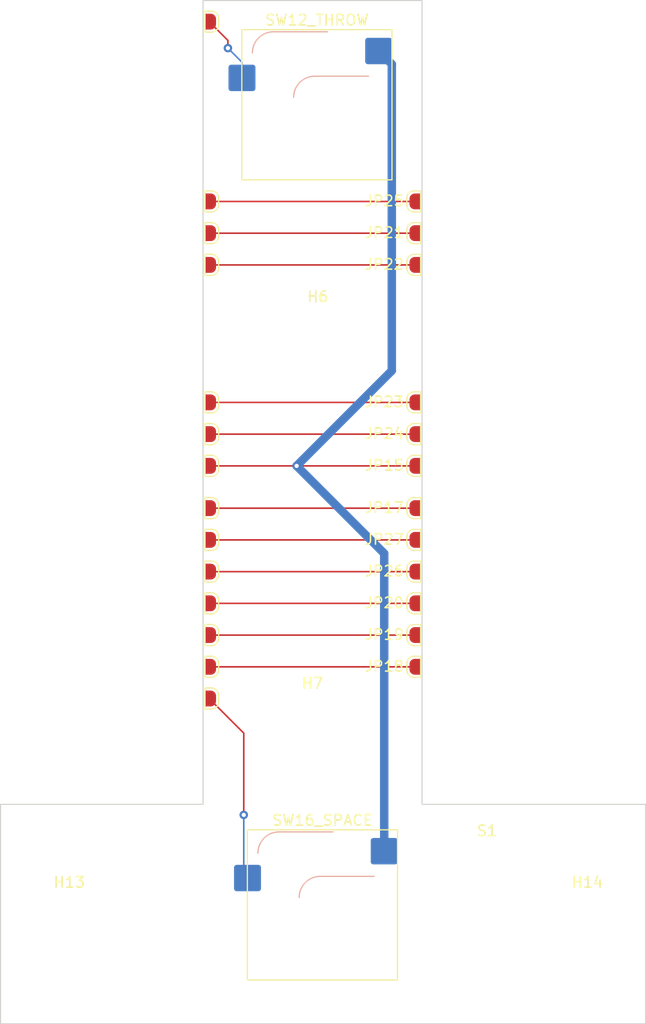
<source format=kicad_pcb>
(kicad_pcb (version 20240108) (generator "pcbnew") (generator_version "8.0")
  (layers (0 "F.Cu" signal) (31 "B.Cu" signal) (34 "B.Paste" user) (35 "F.Paste" user) (36 "B.SilkS" user "B.Silkscreen") (37 "F.SilkS" user "F.Silkscreen") (38 "B.Mask" user) (39 "F.Mask" user) (44 "Edge.Cuts" user))
  (net 0 "")
  (net 1 "GND")
  (net 2 "/Buttons/L3")
  (net 3 "/Buttons/SPACE")
  (net 4 "Net-(JP2-B)")
  (net 5 "Net-(JP22-A)")
  (net 6 "Net-(JP23-A)")
  (net 7 "Net-(JP24-A)")
  (net 8 "Net-(JP25-A)")
  (net 9 "Net-(JP26-A)")
  (net 10 "Net-(JP27-A)")
  (net 11 "Net-(JP10-B)")
  (net 12 "Net-(JP11-B)")
  (net 13 "Net-(JP12-B)")
  (net 14 "Net-(JP13-B)")
  (footprint "Fightstick_Library:EdgeSolderJumper-2_Left_Half" (layer "F.Cu") (at 157.82 73.995)
    (property "Reference" "JP26" (at -3.53 -0.05 0) (layer "F.SilkS"))
    (property "Value" "SolderJumper_2_Bridged")
    (fp_line (start -1.4 0.3) (end -1.4 -0.3) (stroke (width 0.12)) (layer "F.SilkS"))
    (fp_line (start -0.7 1) (end -0.1 1) (stroke (width 0.1)) (layer "F.SilkS"))
    (fp_line (start -0.1 -1) (end -0.7 -1) (stroke (width 0.1)) (layer "F.SilkS"))
    (fp_line (start -0.1 1) (end -0.1 -1) (stroke (width 0.1)) (layer "F.SilkS"))
    (fp_arc (start -1.4 -0.3) (mid -1.194975 -0.794975) (end -0.7 -1) (stroke (width 0.12)) (layer "F.SilkS"))
    (fp_arc (start -0.7 1) (mid -1.194975 0.794975) (end -1.4 0.3) (stroke (width 0.12)) (layer "F.SilkS"))
    (pad "1" smd custom (at -0.65 0) (size 1 0.5) (layers "F.Cu" "F.Mask") (net 9 "Net-(JP26-A)") (options (clearance outline) (anchor rect)) (primitives (gr_circle (center 0 0.25) (end 0.5 0.25) (width 0) (fill yes)) (gr_circle (center 0 -0.25) (end 0.5 -0.25) (width 0) (fill yes)) (gr_poly (pts (xy 0.5 0.75) (xy 0 0.75) (xy 0 -0.75) (xy 0.5 -0.75)) (width 0) (fill yes))))
  )
  (footprint "Fightstick_Library:EdgeSolderJumper-2_Right_Half" (layer "F.Cu") (at 137.23 57.995)
    (property "Reference" "JP4" (hide yes))
    (property "Value" "SolderJumper_2_Bridged")
    (fp_line (start 0.1 -1) (end 0.7 -1) (stroke (width 0.12)) (layer "F.SilkS"))
    (fp_line (start 0.1 1) (end 0.1 -1) (stroke (width 0.12)) (layer "F.SilkS"))
    (fp_line (start 0.7 1) (end 0.1 1) (stroke (width 0.12)) (layer "F.SilkS"))
    (fp_line (start 1.4 -0.3) (end 1.4 0.3) (stroke (width 0.12)) (layer "F.SilkS"))
    (fp_arc (start 0.7 -1) (mid 1.194975 -0.794975) (end 1.4 -0.3) (stroke (width 0.12)) (layer "F.SilkS"))
    (fp_arc (start 1.4 0.3) (mid 1.194975 0.794975) (end 0.7 1) (stroke (width 0.12)) (layer "F.SilkS"))
    (pad "2" smd custom (at 0.65 0) (size 1 0.5) (layers "F.Cu" "F.Mask") (net 6 "Net-(JP23-A)") (options (clearance outline) (anchor rect)) (primitives (gr_circle (center 0 0.25) (end 0.5 0.25) (width 0) (fill yes)) (gr_circle (center 0 -0.25) (end 0.5 -0.25) (width 0) (fill yes)) (gr_poly (pts (xy 0 0.75) (xy -0.5 0.75) (xy -0.5 -0.75) (xy 0 -0.75)) (width 0) (fill yes))))
  )
  (footprint "MountingHole:MountingHole_3.2mm_M3" (layer "F.Cu") (at 148 52.5 -90)
    (property "Reference" "H6" (at -4.5 0 0) (layer "F.SilkS"))
    (property "Value" "MountingHole")
    (pad "" np_thru_hole circle (at 0 0 270) (size 3.2 3.2) (drill 3.2) (layers "*.Cu" "*.Mask"))
  )
  (footprint "Fightstick_Library:EdgeSolderJumper-2_Left_Half" (layer "F.Cu") (at 157.82 82.995)
    (property "Reference" "JP18" (at -3.53 -0.05 0) (layer "F.SilkS"))
    (property "Value" "SolderJumper_2_Bridged")
    (fp_line (start -1.4 0.3) (end -1.4 -0.3) (stroke (width 0.12)) (layer "F.SilkS"))
    (fp_line (start -0.7 1) (end -0.1 1) (stroke (width 0.1)) (layer "F.SilkS"))
    (fp_line (start -0.1 -1) (end -0.7 -1) (stroke (width 0.1)) (layer "F.SilkS"))
    (fp_line (start -0.1 1) (end -0.1 -1) (stroke (width 0.1)) (layer "F.SilkS"))
    (fp_arc (start -1.4 -0.3) (mid -1.194975 -0.794975) (end -0.7 -1) (stroke (width 0.12)) (layer "F.SilkS"))
    (fp_arc (start -0.7 1) (mid -1.194975 0.794975) (end -1.4 0.3) (stroke (width 0.12)) (layer "F.SilkS"))
    (pad "1" smd custom (at -0.65 0) (size 1 0.5) (layers "F.Cu" "F.Mask") (net 12 "Net-(JP11-B)") (options (clearance outline) (anchor rect)) (primitives (gr_circle (center 0 0.25) (end 0.5 0.25) (width 0) (fill yes)) (gr_circle (center 0 -0.25) (end 0.5 -0.25) (width 0) (fill yes)) (gr_poly (pts (xy 0.5 0.75) (xy 0 0.75) (xy 0 -0.75) (xy 0.5 -0.75)) (width 0) (fill yes))))
  )
  (footprint "Fightstick_Library:EdgeSolderJumper-2_Left_Half" (layer "F.Cu") (at 157.82 44.995)
    (property "Reference" "JP22" (at -3.53 -0.05 0) (layer "F.SilkS"))
    (property "Value" "SolderJumper_2_Bridged")
    (fp_line (start -1.4 0.3) (end -1.4 -0.3) (stroke (width 0.12)) (layer "F.SilkS"))
    (fp_line (start -0.7 1) (end -0.1 1) (stroke (width 0.1)) (layer "F.SilkS"))
    (fp_line (start -0.1 -1) (end -0.7 -1) (stroke (width 0.1)) (layer "F.SilkS"))
    (fp_line (start -0.1 1) (end -0.1 -1) (stroke (width 0.1)) (layer "F.SilkS"))
    (fp_arc (start -1.4 -0.3) (mid -1.194975 -0.794975) (end -0.7 -1) (stroke (width 0.12)) (layer "F.SilkS"))
    (fp_arc (start -0.7 1) (mid -1.194975 0.794975) (end -1.4 0.3) (stroke (width 0.12)) (layer "F.SilkS"))
    (pad "1" smd custom (at -0.65 0) (size 1 0.5) (layers "F.Cu" "F.Mask") (net 5 "Net-(JP22-A)") (options (clearance outline) (anchor rect)) (primitives (gr_circle (center 0 0.25) (end 0.5 0.25) (width 0) (fill yes)) (gr_circle (center 0 -0.25) (end 0.5 -0.25) (width 0) (fill yes)) (gr_poly (pts (xy 0.5 0.75) (xy 0 0.75) (xy 0 -0.75) (xy 0.5 -0.75)) (width 0) (fill yes))))
  )
  (footprint "Fightstick_Library:EdgeSolderJumper-2_Left_Half" (layer "F.Cu") (at 157.82 38.995)
    (property "Reference" "JP25" (at -3.53 -0.05 0) (layer "F.SilkS"))
    (property "Value" "SolderJumper_2_Bridged")
    (fp_line (start -1.4 0.3) (end -1.4 -0.3) (stroke (width 0.12)) (layer "F.SilkS"))
    (fp_line (start -0.7 1) (end -0.1 1) (stroke (width 0.1)) (layer "F.SilkS"))
    (fp_line (start -0.1 -1) (end -0.7 -1) (stroke (width 0.1)) (layer "F.SilkS"))
    (fp_line (start -0.1 1) (end -0.1 -1) (stroke (width 0.1)) (layer "F.SilkS"))
    (fp_arc (start -1.4 -0.3) (mid -1.194975 -0.794975) (end -0.7 -1) (stroke (width 0.12)) (layer "F.SilkS"))
    (fp_arc (start -0.7 1) (mid -1.194975 0.794975) (end -1.4 0.3) (stroke (width 0.12)) (layer "F.SilkS"))
    (pad "1" smd custom (at -0.65 0) (size 1 0.5) (layers "F.Cu" "F.Mask") (net 8 "Net-(JP25-A)") (options (clearance outline) (anchor rect)) (primitives (gr_circle (center 0 0.25) (end 0.5 0.25) (width 0) (fill yes)) (gr_circle (center 0 -0.25) (end 0.5 -0.25) (width 0) (fill yes)) (gr_poly (pts (xy 0.5 0.75) (xy 0 0.75) (xy 0 -0.75) (xy 0.5 -0.75)) (width 0) (fill yes))))
  )
  (footprint "Fightstick_Library:EdgeSolderJumper-2_Right_Half" (layer "F.Cu") (at 137.23 38.995)
    (property "Reference" "JP6" (hide yes))
    (property "Value" "SolderJumper_2_Bridged")
    (fp_line (start 0.1 -1) (end 0.7 -1) (stroke (width 0.12)) (layer "F.SilkS"))
    (fp_line (start 0.1 1) (end 0.1 -1) (stroke (width 0.12)) (layer "F.SilkS"))
    (fp_line (start 0.7 1) (end 0.1 1) (stroke (width 0.12)) (layer "F.SilkS"))
    (fp_line (start 1.4 -0.3) (end 1.4 0.3) (stroke (width 0.12)) (layer "F.SilkS"))
    (fp_arc (start 0.7 -1) (mid 1.194975 -0.794975) (end 1.4 -0.3) (stroke (width 0.12)) (layer "F.SilkS"))
    (fp_arc (start 1.4 0.3) (mid 1.194975 0.794975) (end 0.7 1) (stroke (width 0.12)) (layer "F.SilkS"))
    (pad "2" smd custom (at 0.65 0) (size 1 0.5) (layers "F.Cu" "F.Mask") (net 8 "Net-(JP25-A)") (options (clearance outline) (anchor rect)) (primitives (gr_circle (center 0 0.25) (end 0.5 0.25) (width 0) (fill yes)) (gr_circle (center 0 -0.25) (end 0.5 -0.25) (width 0) (fill yes)) (gr_poly (pts (xy 0 0.75) (xy -0.5 0.75) (xy -0.5 -0.75) (xy 0 -0.75)) (width 0) (fill yes))))
  )
  (footprint "Fightstick_Library:EdgeSolderJumper-2_Right_Half" (layer "F.Cu") (at 137.23 70.995)
    (property "Reference" "JP8" (hide yes))
    (property "Value" "SolderJumper_2_Bridged")
    (fp_line (start 0.1 -1) (end 0.7 -1) (stroke (width 0.12)) (layer "F.SilkS"))
    (fp_line (start 0.1 1) (end 0.1 -1) (stroke (width 0.12)) (layer "F.SilkS"))
    (fp_line (start 0.7 1) (end 0.1 1) (stroke (width 0.12)) (layer "F.SilkS"))
    (fp_line (start 1.4 -0.3) (end 1.4 0.3) (stroke (width 0.12)) (layer "F.SilkS"))
    (fp_arc (start 0.7 -1) (mid 1.194975 -0.794975) (end 1.4 -0.3) (stroke (width 0.12)) (layer "F.SilkS"))
    (fp_arc (start 1.4 0.3) (mid 1.194975 0.794975) (end 0.7 1) (stroke (width 0.12)) (layer "F.SilkS"))
    (pad "2" smd custom (at 0.65 0) (size 1 0.5) (layers "F.Cu" "F.Mask") (net 10 "Net-(JP27-A)") (options (clearance outline) (anchor rect)) (primitives (gr_circle (center 0 0.25) (end 0.5 0.25) (width 0) (fill yes)) (gr_circle (center 0 -0.25) (end 0.5 -0.25) (width 0) (fill yes)) (gr_poly (pts (xy 0 0.75) (xy -0.5 0.75) (xy -0.5 -0.75) (xy 0 -0.75)) (width 0) (fill yes))))
  )
  (footprint "Fightstick_Library:EdgeSolderJumper-2_Right_Half" (layer "F.Cu") (at 137.23 82.995)
    (property "Reference" "JP11" (hide yes))
    (property "Value" "SolderJumper_2_Bridged")
    (fp_line (start 0.1 -1) (end 0.7 -1) (stroke (width 0.12)) (layer "F.SilkS"))
    (fp_line (start 0.1 1) (end 0.1 -1) (stroke (width 0.12)) (layer "F.SilkS"))
    (fp_line (start 0.7 1) (end 0.1 1) (stroke (width 0.12)) (layer "F.SilkS"))
    (fp_line (start 1.4 -0.3) (end 1.4 0.3) (stroke (width 0.12)) (layer "F.SilkS"))
    (fp_arc (start 0.7 -1) (mid 1.194975 -0.794975) (end 1.4 -0.3) (stroke (width 0.12)) (layer "F.SilkS"))
    (fp_arc (start 1.4 0.3) (mid 1.194975 0.794975) (end 0.7 1) (stroke (width 0.12)) (layer "F.SilkS"))
    (pad "2" smd custom (at 0.65 0) (size 1 0.5) (layers "F.Cu" "F.Mask") (net 12 "Net-(JP11-B)") (options (clearance outline) (anchor rect)) (primitives (gr_circle (center 0 0.25) (end 0.5 0.25) (width 0) (fill yes)) (gr_circle (center 0 -0.25) (end 0.5 -0.25) (width 0) (fill yes)) (gr_poly (pts (xy 0 0.75) (xy -0.5 0.75) (xy -0.5 -0.75) (xy 0 -0.75)) (width 0) (fill yes))))
  )
  (footprint "PCM_Mounting_Keyboard_Stabilizer:Stabilizer_Cherry_MX_2.00u" (layer "F.Cu") (at 148.44 105.51)
    (property "Reference" "S1" (at 15.56 -7.01 0) (layer "F.SilkS"))
    (property "Value" "~")
    (pad "" np_thru_hole circle (at -11.938 -6.985) (size 3.048 3.048) (drill 3.048) (layers "*.Cu" "*.Mask"))
    (pad "" np_thru_hole circle (at -11.938 8.225) (size 3.9878 3.9878) (drill 3.9878) (layers "*.Cu" "*.Mask"))
    (pad "" np_thru_hole circle (at 11.938 -6.985) (size 3.048 3.048) (drill 3.048) (layers "*.Cu" "*.Mask"))
    (pad "" np_thru_hole circle (at 11.938 8.225) (size 3.9878 3.9878) (drill 3.9878) (layers "*.Cu" "*.Mask"))
  )
  (footprint "Fightstick_Library:EdgeSolderJumper-2_Right_Half" (layer "F.Cu") (at 137.23 41.995)
    (property "Reference" "JP2" (hide yes))
    (property "Value" "SolderJumper_2_Bridged")
    (fp_line (start 0.1 -1) (end 0.7 -1) (stroke (width 0.12)) (layer "F.SilkS"))
    (fp_line (start 0.1 1) (end 0.1 -1) (stroke (width 0.12)) (layer "F.SilkS"))
    (fp_line (start 0.7 1) (end 0.1 1) (stroke (width 0.12)) (layer "F.SilkS"))
    (fp_line (start 1.4 -0.3) (end 1.4 0.3) (stroke (width 0.12)) (layer "F.SilkS"))
    (fp_arc (start 0.7 -1) (mid 1.194975 -0.794975) (end 1.4 -0.3) (stroke (width 0.12)) (layer "F.SilkS"))
    (fp_arc (start 1.4 0.3) (mid 1.194975 0.794975) (end 0.7 1) (stroke (width 0.12)) (layer "F.SilkS"))
    (pad "2" smd custom (at 0.65 0) (size 1 0.5) (layers "F.Cu" "F.Mask") (net 4 "Net-(JP2-B)") (options (clearance outline) (anchor rect)) (primitives (gr_circle (center 0 0.25) (end 0.5 0.25) (width 0) (fill yes)) (gr_circle (center 0 -0.25) (end 0.5 -0.25) (width 0) (fill yes)) (gr_poly (pts (xy 0 0.75) (xy -0.5 0.75) (xy -0.5 -0.75) (xy 0 -0.75)) (width 0) (fill yes))))
  )
  (footprint "MountingHole:MountingHole_3.2mm_M3" (layer "F.Cu") (at 147.5 88.75)
    (property "Reference" "H7" (at 0 -4.2 0) (layer "F.SilkS"))
    (property "Value" "MountingHole")
    (pad "" np_thru_hole circle (at 0 0) (size 3.2 3.2) (drill 3.2) (layers "*.Cu" "*.Mask"))
  )
  (footprint "Fightstick_Library:EdgeSolderJumper-2_Left_Half" (layer "F.Cu") (at 157.82 41.995)
    (property "Reference" "JP21" (at -3.53 -0.05 0) (layer "F.SilkS"))
    (property "Value" "SolderJumper_2_Bridged")
    (fp_line (start -1.4 0.3) (end -1.4 -0.3) (stroke (width 0.12)) (layer "F.SilkS"))
    (fp_line (start -0.7 1) (end -0.1 1) (stroke (width 0.1)) (layer "F.SilkS"))
    (fp_line (start -0.1 -1) (end -0.7 -1) (stroke (width 0.1)) (layer "F.SilkS"))
    (fp_line (start -0.1 1) (end -0.1 -1) (stroke (width 0.1)) (layer "F.SilkS"))
    (fp_arc (start -1.4 -0.3) (mid -1.194975 -0.794975) (end -0.7 -1) (stroke (width 0.12)) (layer "F.SilkS"))
    (fp_arc (start -0.7 1) (mid -1.194975 0.794975) (end -1.4 0.3) (stroke (width 0.12)) (layer "F.SilkS"))
    (pad "1" smd custom (at -0.65 0) (size 1 0.5) (layers "F.Cu" "F.Mask") (net 4 "Net-(JP2-B)") (options (clearance outline) (anchor rect)) (primitives (gr_circle (center 0 0.25) (end 0.5 0.25) (width 0) (fill yes)) (gr_circle (center 0 -0.25) (end 0.5 -0.25) (width 0) (fill yes)) (gr_poly (pts (xy 0.5 0.75) (xy 0 0.75) (xy 0 -0.75) (xy 0.5 -0.75)) (width 0) (fill yes))))
  )
  (footprint "PCM_Switch_Keyboard_Hotswap_Kailh:SW_Hotswap_Kailh_MX" (layer "F.Cu") (at 147.915906 29.854124)
    (property "Reference" "SW12_THROW" (at 0 -8 0) (layer "F.SilkS"))
    (property "Value" "SW_Push")
    (fp_line (start -4.1 -6.9) (end 1 -6.9) (stroke (width 0.12)) (layer "B.SilkS"))
    (fp_line (start -0.2 -2.7) (end 4.9 -2.7) (stroke (width 0.12)) (layer "B.SilkS"))
    (fp_arc (start -6.1 -4.9) (mid -5.514214 -6.314214) (end -4.1 -6.9) (stroke (width 0.12)) (layer "B.SilkS"))
    (fp_arc (start -2.2 -0.7) (mid -1.614214 -2.114214) (end -0.2 -2.7) (stroke (width 0.12)) (layer "B.SilkS"))
    (fp_line (start -7.1 -7.1) (end -7.1 7.1) (stroke (width 0.12)) (layer "F.SilkS"))
    (fp_line (start -7.1 7.1) (end 7.1 7.1) (stroke (width 0.12)) (layer "F.SilkS"))
    (fp_line (start 7.1 -7.1) (end -7.1 -7.1) (stroke (width 0.12)) (layer "F.SilkS"))
    (fp_line (start 7.1 7.1) (end 7.1 -7.1) (stroke (width 0.12)) (layer "F.SilkS"))
    (pad "" np_thru_hole circle (at -5.08 0) (size 1.75 1.75) (drill 1.75) (layers "*.Cu" "*.Mask"))
    (pad "" np_thru_hole circle (at -3.81 -2.54) (size 3.05 3.05) (drill 3.05) (layers "*.Cu" "*.Mask"))
    (pad "" np_thru_hole circle (at 0 0) (size 4 4) (drill 4) (layers "*.Cu" "*.Mask"))
    (pad "" np_thru_hole circle (at 2.54 -5.08) (size 3.05 3.05) (drill 3.05) (layers "*.Cu" "*.Mask"))
    (pad "" np_thru_hole circle (at 5.08 0) (size 1.75 1.75) (drill 1.75) (layers "*.Cu" "*.Mask"))
    (pad "1" smd roundrect (at -7.085 -2.54) (size 2.55 2.5) (layers "B.Cu" "B.Paste" "B.Mask") (roundrect_rratio 0.1) (net 2 "/Buttons/L3"))
    (pad "2" smd roundrect (at 5.842 -5.08) (size 2.55 2.5) (layers "B.Cu" "B.Paste" "B.Mask") (roundrect_rratio 0.1) (net 1 "GND"))
  )
  (footprint "" (layer "F.Cu") (at 173.5 106.375)
    (property "Reference" "" (at 0 0 0) (layer "F.SilkS") (effects (font (size 1.27 1.27))))
    (property "Value" "")
    (pad "" np_thru_hole circle (at 0 0 270) (size 3.2 3.2) (drill 3.2) (layers "F&B.Cu" "*.Mask"))
  )
  (footprint "Fightstick_Library:EdgeSolderJumper-2_Right_Half" (layer "F.Cu") (at 137.23 63.995)
    (property "Reference" "JP1" (hide yes))
    (property "Value" "SolderJumper_2_Bridged")
    (fp_line (start 0.1 -1) (end 0.7 -1) (stroke (width 0.12)) (layer "F.SilkS"))
    (fp_line (start 0.1 1) (end 0.1 -1) (stroke (width 0.12)) (layer "F.SilkS"))
    (fp_line (start 0.7 1) (end 0.1 1) (stroke (width 0.12)) (layer "F.SilkS"))
    (fp_line (start 1.4 -0.3) (end 1.4 0.3) (stroke (width 0.12)) (layer "F.SilkS"))
    (fp_arc (start 0.7 -1) (mid 1.194975 -0.794975) (end 1.4 -0.3) (stroke (width 0.12)) (layer "F.SilkS"))
    (fp_arc (start 1.4 0.3) (mid 1.194975 0.794975) (end 0.7 1) (stroke (width 0.12)) (layer "F.SilkS"))
    (pad "2" smd custom (at 0.65 0) (size 1 0.5) (layers "F.Cu" "F.Mask") (net 1 "GND") (options (clearance outline) (anchor rect)) (primitives (gr_circle (center 0 0.25) (end 0.5 0.25) (width 0) (fill yes)) (gr_circle (center 0 -0.25) (end 0.5 -0.25) (width 0) (fill yes)) (gr_poly (pts (xy 0 0.75) (xy -0.5 0.75) (xy -0.5 -0.75) (xy 0 -0.75)) (width 0) (fill yes))))
  )
  (footprint "Fightstick_Library:EdgeSolderJumper-2_Left_Half" (layer "F.Cu") (at 157.82 76.995)
    (property "Reference" "JP20" (at -3.53 -0.05 0) (layer "F.SilkS"))
    (property "Value" "SolderJumper_2_Bridged")
    (fp_line (start -1.4 0.3) (end -1.4 -0.3) (stroke (width 0.12)) (layer "F.SilkS"))
    (fp_line (start -0.7 1) (end -0.1 1) (stroke (width 0.1)) (layer "F.SilkS"))
    (fp_line (start -0.1 -1) (end -0.7 -1) (stroke (width 0.1)) (layer "F.SilkS"))
    (fp_line (start -0.1 1) (end -0.1 -1) (stroke (width 0.1)) (layer "F.SilkS"))
    (fp_arc (start -1.4 -0.3) (mid -1.194975 -0.794975) (end -0.7 -1) (stroke (width 0.12)) (layer "F.SilkS"))
    (fp_arc (start -0.7 1) (mid -1.194975 0.794975) (end -1.4 0.3) (stroke (width 0.12)) (layer "F.SilkS"))
    (pad "1" smd custom (at -0.65 0) (size 1 0.5) (layers "F.Cu" "F.Mask") (net 14 "Net-(JP13-B)") (options (clearance outline) (anchor rect)) (primitives (gr_circle (center 0 0.25) (end 0.5 0.25) (width 0) (fill yes)) (gr_circle (center 0 -0.25) (end 0.5 -0.25) (width 0) (fill yes)) (gr_poly (pts (xy 0.5 0.75) (xy 0 0.75) (xy 0 -0.75) (xy 0.5 -0.75)) (width 0) (fill yes))))
  )
  (footprint "Fightstick_Library:EdgeSolderJumper-2_Left_Half" (layer "F.Cu") (at 157.82 79.995)
    (property "Reference" "JP19" (at -3.53 -0.05 0) (layer "F.SilkS"))
    (property "Value" "SolderJumper_2_Bridged")
    (fp_line (start -1.4 0.3) (end -1.4 -0.3) (stroke (width 0.12)) (layer "F.SilkS"))
    (fp_line (start -0.7 1) (end -0.1 1) (stroke (width 0.1)) (layer "F.SilkS"))
    (fp_line (start -0.1 -1) (end -0.7 -1) (stroke (width 0.1)) (layer "F.SilkS"))
    (fp_line (start -0.1 1) (end -0.1 -1) (stroke (width 0.1)) (layer "F.SilkS"))
    (fp_arc (start -1.4 -0.3) (mid -1.194975 -0.794975) (end -0.7 -1) (stroke (width 0.12)) (layer "F.SilkS"))
    (fp_arc (start -0.7 1) (mid -1.194975 0.794975) (end -1.4 0.3) (stroke (width 0.12)) (layer "F.SilkS"))
    (pad "1" smd custom (at -0.65 0) (size 1 0.5) (layers "F.Cu" "F.Mask") (net 13 "Net-(JP12-B)") (options (clearance outline) (anchor rect)) (primitives (gr_circle (center 0 0.25) (end 0.5 0.25) (width 0) (fill yes)) (gr_circle (center 0 -0.25) (end 0.5 -0.25) (width 0) (fill yes)) (gr_poly (pts (xy 0.5 0.75) (xy 0 0.75) (xy 0 -0.75) (xy 0.5 -0.75)) (width 0) (fill yes))))
  )
  (footprint "Fightstick_Library:EdgeSolderJumper-2_Right_Half" (layer "F.Cu") (at 137.23 60.995)
    (property "Reference" "JP5" (hide yes))
    (property "Value" "SolderJumper_2_Bridged")
    (fp_line (start 0.1 -1) (end 0.7 -1) (stroke (width 0.12)) (layer "F.SilkS"))
    (fp_line (start 0.1 1) (end 0.1 -1) (stroke (width 0.12)) (layer "F.SilkS"))
    (fp_line (start 0.7 1) (end 0.1 1) (stroke (width 0.12)) (layer "F.SilkS"))
    (fp_line (start 1.4 -0.3) (end 1.4 0.3) (stroke (width 0.12)) (layer "F.SilkS"))
    (fp_arc (start 0.7 -1) (mid 1.194975 -0.794975) (end 1.4 -0.3) (stroke (width 0.12)) (layer "F.SilkS"))
    (fp_arc (start 1.4 0.3) (mid 1.194975 0.794975) (end 0.7 1) (stroke (width 0.12)) (layer "F.SilkS"))
    (pad "2" smd custom (at 0.65 0) (size 1 0.5) (layers "F.Cu" "F.Mask") (net 7 "Net-(JP24-A)") (options (clearance outline) (anchor rect)) (primitives (gr_circle (center 0 0.25) (end 0.5 0.25) (width 0) (fill yes)) (gr_circle (center 0 -0.25) (end 0.5 -0.25) (width 0) (fill yes)) (gr_poly (pts (xy 0 0.75) (xy -0.5 0.75) (xy -0.5 -0.75) (xy 0 -0.75)) (width 0) (fill yes))))
  )
  (footprint "Fightstick_Library:EdgeSolderJumper-2_Right_Half" (layer "F.Cu") (at 137.23 67.995)
    (property "Reference" "JP10" (hide yes))
    (property "Value" "SolderJumper_2_Bridged")
    (fp_line (start 0.1 -1) (end 0.7 -1) (stroke (width 0.12)) (layer "F.SilkS"))
    (fp_line (start 0.1 1) (end 0.1 -1) (stroke (width 0.12)) (layer "F.SilkS"))
    (fp_line (start 0.7 1) (end 0.1 1) (stroke (width 0.12)) (layer "F.SilkS"))
    (fp_line (start 1.4 -0.3) (end 1.4 0.3) (stroke (width 0.12)) (layer "F.SilkS"))
    (fp_arc (start 0.7 -1) (mid 1.194975 -0.794975) (end 1.4 -0.3) (stroke (width 0.12)) (layer "F.SilkS"))
    (fp_arc (start 1.4 0.3) (mid 1.194975 0.794975) (end 0.7 1) (stroke (width 0.12)) (layer "F.SilkS"))
    (pad "2" smd custom (at 0.65 0) (size 1 0.5) (layers "F.Cu" "F.Mask") (net 11 "Net-(JP10-B)") (options (clearance outline) (anchor rect)) (primitives (gr_circle (center 0 0.25) (end 0.5 0.25) (width 0) (fill yes)) (gr_circle (center 0 -0.25) (end 0.5 -0.25) (width 0) (fill yes)) (gr_poly (pts (xy 0 0.75) (xy -0.5 0.75) (xy -0.5 -0.75) (xy 0 -0.75)) (width 0) (fill yes))))
  )
  (footprint "Fightstick_Library:EdgeSolderJumper-2_Left_Half" (layer "F.Cu") (at 157.82 57.995)
    (property "Reference" "JP23" (at -3.53 -0.05 0) (layer "F.SilkS"))
    (property "Value" "SolderJumper_2_Bridged")
    (fp_line (start -1.4 0.3) (end -1.4 -0.3) (stroke (width 0.12)) (layer "F.SilkS"))
    (fp_line (start -0.7 1) (end -0.1 1) (stroke (width 0.1)) (layer "F.SilkS"))
    (fp_line (start -0.1 -1) (end -0.7 -1) (stroke (width 0.1)) (layer "F.SilkS"))
    (fp_line (start -0.1 1) (end -0.1 -1) (stroke (width 0.1)) (layer "F.SilkS"))
    (fp_arc (start -1.4 -0.3) (mid -1.194975 -0.794975) (end -0.7 -1) (stroke (width 0.12)) (layer "F.SilkS"))
    (fp_arc (start -0.7 1) (mid -1.194975 0.794975) (end -1.4 0.3) (stroke (width 0.12)) (layer "F.SilkS"))
    (pad "1" smd custom (at -0.65 0) (size 1 0.5) (layers "F.Cu" "F.Mask") (net 6 "Net-(JP23-A)") (options (clearance outline) (anchor rect)) (primitives (gr_circle (center 0 0.25) (end 0.5 0.25) (width 0) (fill yes)) (gr_circle (center 0 -0.25) (end 0.5 -0.25) (width 0) (fill yes)) (gr_poly (pts (xy 0.5 0.75) (xy 0 0.75) (xy 0 -0.75) (xy 0.5 -0.75)) (width 0) (fill yes))))
  )
  (footprint "Fightstick_Library:EdgeSolderJumper-2_Left_Half" (layer "F.Cu") (at 157.82 70.995)
    (property "Reference" "JP27" (at -3.53 -0.05 0) (layer "F.SilkS"))
    (property "Value" "SolderJumper_2_Bridged")
    (fp_line (start -1.4 0.3) (end -1.4 -0.3) (stroke (width 0.12)) (layer "F.SilkS"))
    (fp_line (start -0.7 1) (end -0.1 1) (stroke (width 0.1)) (layer "F.SilkS"))
    (fp_line (start -0.1 -1) (end -0.7 -1) (stroke (width 0.1)) (layer "F.SilkS"))
    (fp_line (start -0.1 1) (end -0.1 -1) (stroke (width 0.1)) (layer "F.SilkS"))
    (fp_arc (start -1.4 -0.3) (mid -1.194975 -0.794975) (end -0.7 -1) (stroke (width 0.12)) (layer "F.SilkS"))
    (fp_arc (start -0.7 1) (mid -1.194975 0.794975) (end -1.4 0.3) (stroke (width 0.12)) (layer "F.SilkS"))
    (pad "1" smd custom (at -0.65 0) (size 1 0.5) (layers "F.Cu" "F.Mask") (net 10 "Net-(JP27-A)") (options (clearance outline) (anchor rect)) (primitives (gr_circle (center 0 0.25) (end 0.5 0.25) (width 0) (fill yes)) (gr_circle (center 0 -0.25) (end 0.5 -0.25) (width 0) (fill yes)) (gr_poly (pts (xy 0.5 0.75) (xy 0 0.75) (xy 0 -0.75) (xy 0.5 -0.75)) (width 0) (fill yes))))
  )
  (footprint "Fightstick_Library:EdgeSolderJumper-2_Left_Half" (layer "F.Cu") (at 157.82 67.995)
    (property "Reference" "JP17" (at -3.53 -0.05 0) (layer "F.SilkS"))
    (property "Value" "SolderJumper_2_Bridged")
    (fp_line (start -1.4 0.3) (end -1.4 -0.3) (stroke (width 0.12)) (layer "F.SilkS"))
    (fp_line (start -0.7 1) (end -0.1 1) (stroke (width 0.1)) (layer "F.SilkS"))
    (fp_line (start -0.1 -1) (end -0.7 -1) (stroke (width 0.1)) (layer "F.SilkS"))
    (fp_line (start -0.1 1) (end -0.1 -1) (stroke (width 0.1)) (layer "F.SilkS"))
    (fp_arc (start -1.4 -0.3) (mid -1.194975 -0.794975) (end -0.7 -1) (stroke (width 0.12)) (layer "F.SilkS"))
    (fp_arc (start -0.7 1) (mid -1.194975 0.794975) (end -1.4 0.3) (stroke (width 0.12)) (layer "F.SilkS"))
    (pad "1" smd custom (at -0.65 0) (size 1 0.5) (layers "F.Cu" "F.Mask") (net 11 "Net-(JP10-B)") (options (clearance outline) (anchor rect)) (primitives (gr_circle (center 0 0.25) (end 0.5 0.25) (width 0) (fill yes)) (gr_circle (center 0 -0.25) (end 0.5 -0.25) (width 0) (fill yes)) (gr_poly (pts (xy 0.5 0.75) (xy 0 0.75) (xy 0 -0.75) (xy 0.5 -0.75)) (width 0) (fill yes))))
  )
  (footprint "Fightstick_Library:EdgeSolderJumper-2_Left_Half" (layer "F.Cu") (at 157.82 63.995)
    (property "Reference" "JP15" (at -3.53 -0.05 0) (layer "F.SilkS"))
    (property "Value" "SolderJumper_2_Bridged")
    (fp_line (start -1.4 0.3) (end -1.4 -0.3) (stroke (width 0.12)) (layer "F.SilkS"))
    (fp_line (start -0.7 1) (end -0.1 1) (stroke (width 0.1)) (layer "F.SilkS"))
    (fp_line (start -0.1 -1) (end -0.7 -1) (stroke (width 0.1)) (layer "F.SilkS"))
    (fp_line (start -0.1 1) (end -0.1 -1) (stroke (width 0.1)) (layer "F.SilkS"))
    (fp_arc (start -1.4 -0.3) (mid -1.194975 -0.794975) (end -0.7 -1) (stroke (width 0.12)) (layer "F.SilkS"))
    (fp_arc (start -0.7 1) (mid -1.194975 0.794975) (end -1.4 0.3) (stroke (width 0.12)) (layer "F.SilkS"))
    (pad "1" smd custom (at -0.65 0) (size 1 0.5) (layers "F.Cu" "F.Mask") (net 1 "GND") (options (clearance outline) (anchor rect)) (primitives (gr_circle (center 0 0.25) (end 0.5 0.25) (width 0) (fill yes)) (gr_circle (center 0 -0.25) (end 0.5 -0.25) (width 0) (fill yes)) (gr_poly (pts (xy 0.5 0.75) (xy 0 0.75) (xy 0 -0.75) (xy 0.5 -0.75)) (width 0) (fill yes))))
  )
  (footprint "Fightstick_Library:EdgeSolderJumper-2_Left_Half" (layer "F.Cu") (at 157.82 60.995)
    (property "Reference" "JP24" (at -3.53 -0.05 0) (layer "F.SilkS"))
    (property "Value" "SolderJumper_2_Bridged")
    (fp_line (start -1.4 0.3) (end -1.4 -0.3) (stroke (width 0.12)) (layer "F.SilkS"))
    (fp_line (start -0.7 1) (end -0.1 1) (stroke (width 0.1)) (layer "F.SilkS"))
    (fp_line (start -0.1 -1) (end -0.7 -1) (stroke (width 0.1)) (layer "F.SilkS"))
    (fp_line (start -0.1 1) (end -0.1 -1) (stroke (width 0.1)) (layer "F.SilkS"))
    (fp_arc (start -1.4 -0.3) (mid -1.194975 -0.794975) (end -0.7 -1) (stroke (width 0.12)) (layer "F.SilkS"))
    (fp_arc (start -0.7 1) (mid -1.194975 0.794975) (end -1.4 0.3) (stroke (width 0.12)) (layer "F.SilkS"))
    (pad "1" smd custom (at -0.65 0) (size 1 0.5) (layers "F.Cu" "F.Mask") (net 7 "Net-(JP24-A)") (options (clearance outline) (anchor rect)) (primitives (gr_circle (center 0 0.25) (end 0.5 0.25) (width 0) (fill yes)) (gr_circle (center 0 -0.25) (end 0.5 -0.25) (width 0) (fill yes)) (gr_poly (pts (xy 0.5 0.75) (xy 0 0.75) (xy 0 -0.75) (xy 0.5 -0.75)) (width 0) (fill yes))))
  )
  (footprint "Fightstick_Library:EdgeSolderJumper-2_Right_Half" (layer "F.Cu") (at 137.23 73.995)
    (property "Reference" "JP7" (hide yes))
    (property "Value" "SolderJumper_2_Bridged")
    (fp_line (start 0.1 -1) (end 0.7 -1) (stroke (width 0.12)) (layer "F.SilkS"))
    (fp_line (start 0.1 1) (end 0.1 -1) (stroke (width 0.12)) (layer "F.SilkS"))
    (fp_line (start 0.7 1) (end 0.1 1) (stroke (width 0.12)) (layer "F.SilkS"))
    (fp_line (start 1.4 -0.3) (end 1.4 0.3) (stroke (width 0.12)) (layer "F.SilkS"))
    (fp_arc (start 0.7 -1) (mid 1.194975 -0.794975) (end 1.4 -0.3) (stroke (width 0.12)) (layer "F.SilkS"))
    (fp_arc (start 1.4 0.3) (mid 1.194975 0.794975) (end 0.7 1) (stroke (width 0.12)) (layer "F.SilkS"))
    (pad "2" smd custom (at 0.65 0) (size 1 0.5) (layers "F.Cu" "F.Mask") (net 9 "Net-(JP26-A)") (options (clearance outline) (anchor rect)) (primitives (gr_circle (center 0 0.25) (end 0.5 0.25) (width 0) (fill yes)) (gr_circle (center 0 -0.25) (end 0.5 -0.25) (width 0) (fill yes)) (gr_poly (pts (xy 0 0.75) (xy -0.5 0.75) (xy -0.5 -0.75) (xy 0 -0.75)) (width 0) (fill yes))))
  )
  (footprint "Fightstick_Library:EdgeSolderJumper-2_Right_Half" (layer "F.Cu") (at 137.23 79.995)
    (property "Reference" "JP12" (hide yes))
    (property "Value" "SolderJumper_2_Bridged")
    (fp_line (start 0.1 -1) (end 0.7 -1) (stroke (width 0.12)) (layer "F.SilkS"))
    (fp_line (start 0.1 1) (end 0.1 -1) (stroke (width 0.12)) (layer "F.SilkS"))
    (fp_line (start 0.7 1) (end 0.1 1) (stroke (width 0.12)) (layer "F.SilkS"))
    (fp_line (start 1.4 -0.3) (end 1.4 0.3) (stroke (width 0.12)) (layer "F.SilkS"))
    (fp_arc (start 0.7 -1) (mid 1.194975 -0.794975) (end 1.4 -0.3) (stroke (width 0.12)) (layer "F.SilkS"))
    (fp_arc (start 1.4 0.3) (mid 1.194975 0.794975) (end 0.7 1) (stroke (width 0.12)) (layer "F.SilkS"))
    (pad "2" smd custom (at 0.65 0) (size 1 0.5) (layers "F.Cu" "F.Mask") (net 13 "Net-(JP12-B)") (options (clearance outline) (anchor rect)) (primitives (gr_circle (center 0 0.25) (end 0.5 0.25) (width 0) (fill yes)) (gr_circle (center 0 -0.25) (end 0.5 -0.25) (width 0) (fill yes)) (gr_poly (pts (xy 0 0.75) (xy -0.5 0.75) (xy -0.5 -0.75) (xy 0 -0.75)) (width 0) (fill yes))))
  )
  (footprint "Fightstick_Library:EdgeSolderJumper-2_Right_Half" (layer "F.Cu") (at 137.23 85.995)
    (property "Reference" "JP14" (hide yes))
    (property "Value" "SolderJumper_2_Bridged")
    (fp_line (start 0.1 -1) (end 0.7 -1) (stroke (width 0.12)) (layer "F.SilkS"))
    (fp_line (start 0.1 1) (end 0.1 -1) (stroke (width 0.12)) (layer "F.SilkS"))
    (fp_line (start 0.7 1) (end 0.1 1) (stroke (width 0.12)) (layer "F.SilkS"))
    (fp_line (start 1.4 -0.3) (end 1.4 0.3) (stroke (width 0.12)) (layer "F.SilkS"))
    (fp_arc (start 0.7 -1) (mid 1.194975 -0.794975) (end 1.4 -0.3) (stroke (width 0.12)) (layer "F.SilkS"))
    (fp_arc (start 1.4 0.3) (mid 1.194975 0.794975) (end 0.7 1) (stroke (width 0.12)) (layer "F.SilkS"))
    (pad "2" smd custom (at 0.65 0) (size 1 0.5) (layers "F.Cu" "F.Mask") (net 3 "/Buttons/SPACE") (options (clearance outline) (anchor rect)) (primitives (gr_circle (center 0 0.25) (end 0.5 0.25) (width 0) (fill yes)) (gr_circle (center 0 -0.25) (end 0.5 -0.25) (width 0) (fill yes)) (gr_poly (pts (xy 0 0.75) (xy -0.5 0.75) (xy -0.5 -0.75) (xy 0 -0.75)) (width 0) (fill yes))))
  )
  (footprint "" (layer "F.Cu") (at 124.5 106.375)
    (property "Reference" "" (at 0 0 0) (layer "F.SilkS") (effects (font (size 1.27 1.27))))
    (property "Value" "")
    (pad "" np_thru_hole circle (at 0 0 270) (size 3.2 3.2) (drill 3.2) (layers "F&B.Cu" "*.Mask"))
  )
  (footprint "Fightstick_Library:EdgeSolderJumper-2_Right_Half" (layer "F.Cu") (at 137.23 44.995)
    (property "Reference" "JP3" (hide yes))
    (property "Value" "SolderJumper_2_Bridged")
    (fp_line (start 0.1 -1) (end 0.7 -1) (stroke (width 0.12)) (layer "F.SilkS"))
    (fp_line (start 0.1 1) (end 0.1 -1) (stroke (width 0.12)) (layer "F.SilkS"))
    (fp_line (start 0.7 1) (end 0.1 1) (stroke (width 0.12)) (layer "F.SilkS"))
    (fp_line (start 1.4 -0.3) (end 1.4 0.3) (stroke (width 0.12)) (layer "F.SilkS"))
    (fp_arc (start 0.7 -1) (mid 1.194975 -0.794975) (end 1.4 -0.3) (stroke (width 0.12)) (layer "F.SilkS"))
    (fp_arc (start 1.4 0.3) (mid 1.194975 0.794975) (end 0.7 1) (stroke (width 0.12)) (layer "F.SilkS"))
    (pad "2" smd custom (at 0.65 0) (size 1 0.5) (layers "F.Cu" "F.Mask") (net 5 "Net-(JP22-A)") (options (clearance outline) (anchor rect)) (primitives (gr_circle (center 0 0.25) (end 0.5 0.25) (width 0) (fill yes)) (gr_circle (center 0 -0.25) (end 0.5 -0.25) (width 0) (fill yes)) (gr_poly (pts (xy 0 0.75) (xy -0.5 0.75) (xy -0.5 -0.75) (xy 0 -0.75)) (width 0) (fill yes))))
  )
  (footprint "PCM_Switch_Keyboard_Hotswap_Kailh:SW_Hotswap_Kailh_MX" (layer "F.Cu") (at 148.44 105.51)
    (property "Reference" "SW16_SPACE" (at 0 -8 0) (layer "F.SilkS"))
    (property "Value" "SW_Push")
    (fp_line (start -4.1 -6.9) (end 1 -6.9) (stroke (width 0.12)) (layer "B.SilkS"))
    (fp_line (start -0.2 -2.7) (end 4.9 -2.7) (stroke (width 0.12)) (layer "B.SilkS"))
    (fp_arc (start -6.1 -4.9) (mid -5.514214 -6.314214) (end -4.1 -6.9) (stroke (width 0.12)) (layer "B.SilkS"))
    (fp_arc (start -2.2 -0.7) (mid -1.614214 -2.114214) (end -0.2 -2.7) (stroke (width 0.12)) (layer "B.SilkS"))
    (fp_line (start -7.1 -7.1) (end -7.1 7.1) (stroke (width 0.12)) (layer "F.SilkS"))
    (fp_line (start -7.1 7.1) (end 7.1 7.1) (stroke (width 0.12)) (layer "F.SilkS"))
    (fp_line (start 7.1 -7.1) (end -7.1 -7.1) (stroke (width 0.12)) (layer "F.SilkS"))
    (fp_line (start 7.1 7.1) (end 7.1 -7.1) (stroke (width 0.12)) (layer "F.SilkS"))
    (pad "" np_thru_hole circle (at -5.08 0) (size 1.75 1.75) (drill 1.75) (layers "*.Cu" "*.Mask"))
    (pad "" np_thru_hole circle (at -3.81 -2.54) (size 3.05 3.05) (drill 3.05) (layers "*.Cu" "*.Mask"))
    (pad "" np_thru_hole circle (at 0 0) (size 4 4) (drill 4) (layers "*.Cu" "*.Mask"))
    (pad "" np_thru_hole circle (at 2.54 -5.08) (size 3.05 3.05) (drill 3.05) (layers "*.Cu" "*.Mask"))
    (pad "" np_thru_hole circle (at 5.08 0) (size 1.75 1.75) (drill 1.75) (layers "*.Cu" "*.Mask"))
    (pad "1" smd roundrect (at -7.085 -2.54) (size 2.55 2.5) (layers "B.Cu" "B.Paste" "B.Mask") (roundrect_rratio 0.1) (net 3 "/Buttons/SPACE"))
    (pad "2" smd roundrect (at 5.842 -5.08) (size 2.55 2.5) (layers "B.Cu" "B.Paste" "B.Mask") (roundrect_rratio 0.1) (net 1 "GND"))
  )
  (footprint "Fightstick_Library:EdgeSolderJumper-2_Right_Half" (layer "F.Cu") (at 137.23 21.995)
    (property "Reference" "JP9" (hide yes))
    (property "Value" "SolderJumper_2_Bridged")
    (fp_line (start 0.1 -1) (end 0.7 -1) (stroke (width 0.12)) (layer "F.SilkS"))
    (fp_line (start 0.1 1) (end 0.1 -1) (stroke (width 0.12)) (layer "F.SilkS"))
    (fp_line (start 0.7 1) (end 0.1 1) (stroke (width 0.12)) (layer "F.SilkS"))
    (fp_line (start 1.4 -0.3) (end 1.4 0.3) (stroke (width 0.12)) (layer "F.SilkS"))
    (fp_arc (start 0.7 -1) (mid 1.194975 -0.794975) (end 1.4 -0.3) (stroke (width 0.12)) (layer "F.SilkS"))
    (fp_arc (start 1.4 0.3) (mid 1.194975 0.794975) (end 0.7 1) (stroke (width 0.12)) (layer "F.SilkS"))
    (pad "2" smd custom (at 0.65 0) (size 1 0.5) (layers "F.Cu" "F.Mask") (net 2 "/Buttons/L3") (options (clearance outline) (anchor rect)) (primitives (gr_circle (center 0 0.25) (end 0.5 0.25) (width 0) (fill yes)) (gr_circle (center 0 -0.25) (end 0.5 -0.25) (width 0) (fill yes)) (gr_poly (pts (xy 0 0.75) (xy -0.5 0.75) (xy -0.5 -0.75) (xy 0 -0.75)) (width 0) (fill yes))))
  )
  (footprint "Fightstick_Library:EdgeSolderJumper-2_Right_Half" (layer "F.Cu") (at 137.23 76.995)
    (property "Reference" "JP13" (hide yes))
    (property "Value" "SolderJumper_2_Bridged")
    (fp_line (start 0.1 -1) (end 0.7 -1) (stroke (width 0.12)) (layer "F.SilkS"))
    (fp_line (start 0.1 1) (end 0.1 -1) (stroke (width 0.12)) (layer "F.SilkS"))
    (fp_line (start 0.7 1) (end 0.1 1) (stroke (width 0.12)) (layer "F.SilkS"))
    (fp_line (start 1.4 -0.3) (end 1.4 0.3) (stroke (width 0.12)) (layer "F.SilkS"))
    (fp_arc (start 0.7 -1) (mid 1.194975 -0.794975) (end 1.4 -0.3) (stroke (width 0.12)) (layer "F.SilkS"))
    (fp_arc (start 1.4 0.3) (mid 1.194975 0.794975) (end 0.7 1) (stroke (width 0.12)) (layer "F.SilkS"))
    (pad "2" smd custom (at 0.65 0) (size 1 0.5) (layers "F.Cu" "F.Mask") (net 14 "Net-(JP13-B)") (options (clearance outline) (anchor rect)) (primitives (gr_circle (center 0 0.25) (end 0.5 0.25) (width 0) (fill yes)) (gr_circle (center 0 -0.25) (end 0.5 -0.25) (width 0) (fill yes)) (gr_poly (pts (xy 0 0.75) (xy -0.5 0.75) (xy -0.5 -0.75) (xy 0 -0.75)) (width 0) (fill yes))))
  )
  (gr_line (start 157.86 20) (end 157.86 96) (stroke (width 0.1)) (layer "Edge.Cuts"))
  (gr_line (start 118 96) (end 137.15 96) (stroke (width 0.1)) (layer "Edge.Cuts"))
  (gr_line (start 179 96) (end 179 116.75) (stroke (width 0.1)) (layer "Edge.Cuts"))
  (gr_line (start 157.86 96) (end 179 96) (stroke (width 0.1)) (layer "Edge.Cuts"))
  (gr_line (start 137.15 96) (end 137.15 20) (stroke (width 0.1)) (layer "Edge.Cuts"))
  (gr_line (start 118 116.75) (end 118 96) (stroke (width 0.1)) (layer "Edge.Cuts"))
  (gr_line (start 137.15 20) (end 157.86 20) (stroke (width 0.1)) (layer "Edge.Cuts"))
  (gr_line (start 179 116.75) (end 118 116.75) (stroke (width 0.1)) (layer "Edge.Cuts"))
  (gr_text "H14" (at 173.5 103.375 0) (layer "F.SilkS") (effects (font (size 1 1))))
  (gr_text "H13" (at 124.5 103.375 0) (layer "F.SilkS") (effects (font (size 1 1))))
  (segment (start 137.73 64) (end 157.275 64) (width 0.15) (layer "F.Cu") (net 1))
  (via (at 146 64) (size 0.8) (drill 0.4) (layers "F.Cu" "B.Cu") (net 1))
  (segment (start 154.282 100.43) (end 154.282 72.282) (width 0.8) (layer "B.Cu") (net 1))
  (segment (start 146 64) (end 155 55) (width 0.8) (layer "B.Cu") (net 1))
  (segment (start 154.282 72.282) (end 146 64) (width 0.8) (layer "B.Cu") (net 1))
  (segment (start 155 55) (end 155 26.016218) (width 0.8) (layer "B.Cu") (net 1))
  (segment (start 155 26.016218) (end 153.757906 24.774124) (width 0.8) (layer "B.Cu") (net 1))
  (segment (start 139.5 23.77) (end 139.5 24.5) (width 0.15) (layer "F.Cu") (net 2))
  (segment (start 137.73 22) (end 139.5 23.77) (width 0.15) (layer "F.Cu") (net 2))
  (via (at 139.5 24.5) (size 0.8) (drill 0.4) (layers "F.Cu" "B.Cu") (net 2))
  (segment (start 140.830906 25.830906) (end 139.5 24.5) (width 0.15) (layer "B.Cu") (net 2))
  (segment (start 140.830906 27.314124) (end 140.830906 25.830906) (width 0.15) (layer "B.Cu") (net 2))
  (segment (start 141 89.27) (end 137.73 86) (width 0.15) (layer "F.Cu") (net 3))
  (segment (start 141 97) (end 141 89.27) (width 0.15) (layer "F.Cu") (net 3))
  (via (at 141 97) (size 0.8) (drill 0.4) (layers "F.Cu" "B.Cu") (net 3))
  (segment (start 141 97) (end 141 102.615) (width 0.15) (layer "B.Cu") (net 3))
  (segment (start 141 102.615) (end 141.355 102.97) (width 0.15) (layer "B.Cu") (net 3))
  (segment (start 157.275 42) (end 137.73 42) (width 0.15) (layer "F.Cu") (net 4))
  (segment (start 137.73 45) (end 157.275 45) (width 0.15) (layer "F.Cu") (net 5))
  (segment (start 157.275 58) (end 137.73 58) (width 0.15) (layer "F.Cu") (net 6))
  (segment (start 157.275 61) (end 137.73 61) (width 0.15) (layer "F.Cu") (net 7))
  (segment (start 137.73 39) (end 157.275 39) (width 0.15) (layer "F.Cu") (net 8))
  (segment (start 157.275 74) (end 137.73 74) (width 0.15) (layer "F.Cu") (net 9))
  (segment (start 137.73 71) (end 157.275 71) (width 0.15) (layer "F.Cu") (net 10))
  (segment (start 157.275 68) (end 137.73 68) (width 0.15) (layer "F.Cu") (net 11))
  (segment (start 137.73 83) (end 157.275 83) (width 0.15) (layer "F.Cu") (net 12))
  (segment (start 157.275 80) (end 137.73 80) (width 0.15) (layer "F.Cu") (net 13))
  (segment (start 137.73 77) (end 157.275 77) (width 0.15) (layer "F.Cu") (net 14))
)
</source>
